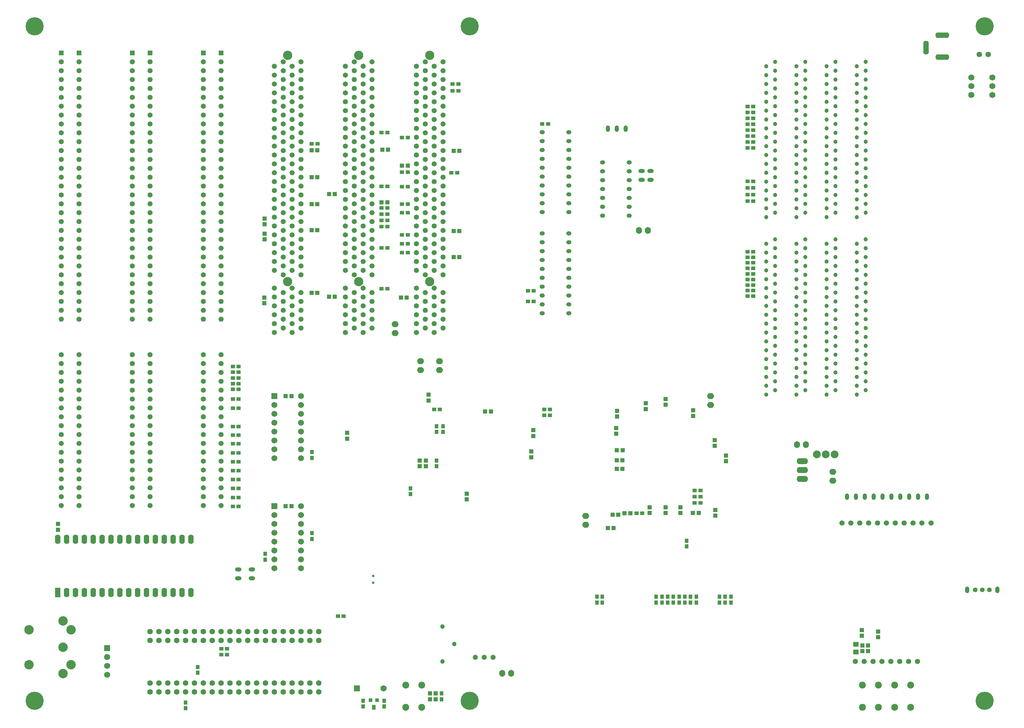
<source format=gbs>
%FSLAX44Y44*%
%MOMM*%
G71*
G01*
G75*
G04 Layer_Color=16711935*
%ADD10C,0.2032*%
%ADD11R,0.9652X0.8890*%
%ADD12R,1.0160X0.9398*%
%ADD13R,1.0160X0.9400*%
%ADD14R,2.2098X1.9050*%
%ADD15R,0.9144X0.9144*%
%ADD16R,1.2700X0.9144*%
%ADD17R,0.8890X0.9652*%
%ADD18R,1.9050X2.2098*%
%ADD19R,0.9000X0.8000*%
%ADD20R,0.9398X1.0160*%
%ADD21R,0.9400X1.0160*%
%ADD22R,2.2000X0.3600*%
%ADD23R,3.0000X1.0000*%
%ADD24R,3.5000X1.0000*%
%ADD25R,4.0000X1.4000*%
%ADD26O,2.2000X0.6000*%
%ADD27R,3.2000X1.6500*%
%ADD28R,1.2000X1.2000*%
%ADD29R,1.6000X1.5000*%
%ADD30O,0.6000X2.2000*%
%ADD31R,1.0668X3.5560*%
%ADD32R,10.6680X8.8900*%
%ADD33R,3.8100X5.5880*%
%ADD34R,1.9050X0.5588*%
%ADD35R,2.2000X1.8000*%
%ADD36R,2.4000X0.4000*%
%ADD37R,0.5000X2.0000*%
%ADD38R,3.2000X1.6000*%
%ADD39R,6.0000X7.0000*%
%ADD40O,1.4500X0.5000*%
%ADD41O,0.5000X1.4500*%
%ADD42O,2.0320X0.5588*%
%ADD43O,1.4000X0.3000*%
%ADD44O,0.3000X1.4000*%
%ADD45R,0.9000X1.0000*%
%ADD46R,2.5000X1.8000*%
%ADD47R,2.2000X1.5000*%
%ADD48R,0.5588X1.9050*%
%ADD49C,0.1778*%
%ADD50C,0.2540*%
%ADD51C,0.7620*%
%ADD52C,0.5080*%
%ADD53C,1.2700*%
%ADD54C,0.3810*%
%ADD55C,0.7000*%
%ADD56C,0.8890*%
%ADD57C,0.6350*%
%ADD58C,0.3048*%
%ADD59R,6.8834X6.6294*%
%ADD60R,7.4168X2.9972*%
%ADD61R,3.9116X9.0424*%
%ADD62R,6.6294X4.3688*%
%ADD63R,2.2098X8.4836*%
%ADD64R,7.2390X2.3368*%
%ADD65R,7.5692X1.4224*%
%ADD66R,5.3086X2.3876*%
%ADD67R,6.4770X2.3876*%
%ADD68R,0.8492X4.9022*%
%ADD69R,1.1176X9.9060*%
%ADD70R,7.4930X2.5908*%
%ADD71R,6.6548X1.4732*%
%ADD72R,5.1816X1.4732*%
%ADD73R,3.2258X4.2672*%
%ADD74R,11.5824X3.8608*%
%ADD75R,9.6012X3.5814*%
%ADD76R,10.6426X2.4638*%
%ADD77R,4.2672X4.9530*%
%ADD78R,5.3086X3.6322*%
%ADD79R,2.2860X2.4638*%
%ADD80R,3.6322X5.3086*%
%ADD81R,6.7818X2.8702*%
%ADD82R,2.5654X7.4676*%
%ADD83R,7.3660X2.3876*%
%ADD84R,1.6256X4.7752*%
%ADD85R,4.2164X2.8956*%
%ADD86R,2.2606X6.3754*%
%ADD87C,5.0000*%
%ADD88C,1.7780*%
%ADD89O,1.6510X1.0160*%
%ADD90C,1.2700*%
%ADD91R,1.2700X1.2700*%
%ADD92O,1.7780X1.5240*%
%ADD93O,1.5240X1.7780*%
%ADD94C,1.0000*%
%ADD95C,2.4384*%
%ADD96R,1.3800X2.5000*%
%ADD97O,1.3800X2.5000*%
%ADD98C,0.5080*%
%ADD99C,1.5000*%
%ADD100R,1.5000X1.5000*%
%ADD101O,1.2700X1.0160*%
%ADD102C,1.3000*%
%ADD103O,1.0000X1.7000*%
%ADD104C,1.1430*%
%ADD105C,1.5240*%
%ADD106O,1.4000X3.8000*%
%ADD107O,3.8000X1.4000*%
%ADD108O,1.0160X1.6510*%
%ADD109C,1.3800*%
%ADD110C,2.5000*%
%ADD111C,1.5748*%
%ADD112R,1.5748X1.5748*%
%ADD113C,1.3970*%
%ADD114C,1.1000*%
%ADD115R,1.5240X1.5240*%
%ADD116O,3.0480X1.5240*%
%ADD117C,2.0320*%
%ADD118C,2.2000*%
%ADD119C,1.6000*%
%ADD120C,0.9000*%
%ADD121C,0.6604*%
%ADD122C,0.6858*%
%ADD123C,0.6350*%
%ADD124C,0.8636*%
%ADD125C,1.0160*%
%ADD126C,0.7112*%
%ADD127C,1.0160*%
%ADD128C,1.5080*%
%ADD129C,1.3080*%
%ADD130C,2.9464*%
%ADD131C,1.4478*%
%ADD132C,1.5080*%
%ADD133C,0.8128*%
%ADD134C,1.4080*%
%ADD135O,1.3080X2.0080*%
%ADD136C,1.3080*%
%ADD137O,3.7080X1.3080*%
%ADD138C,1.2080*%
%ADD139C,2.0080*%
%ADD140C,1.4732*%
%ADD141C,1.4986*%
%ADD142C,1.8080*%
%ADD143C,2.7080*%
%ADD144C,2.1080*%
%ADD145C,0.8382*%
%ADD146C,0.9652*%
%ADD147C,1.0668*%
%ADD148C,0.9398*%
%ADD149C,0.8890*%
%ADD150C,3.5080*%
%ADD151O,1.3080X3.7080*%
%ADD152R,0.9144X0.9144*%
%ADD153R,0.9144X1.2700*%
%ADD154R,1.3000X1.2000*%
%ADD155C,2.0000*%
%ADD156R,3.9116X4.4958*%
%ADD157R,2.8956X1.2700*%
%ADD158R,0.9652X1.9050*%
%ADD159R,2.2098X5.6134*%
%ADD160R,4.3688X2.6162*%
%ADD161C,0.1270*%
%ADD162C,0.2500*%
%ADD163C,0.3000*%
%ADD164C,0.2500*%
%ADD165C,0.2000*%
%ADD166C,0.1000*%
%ADD167C,0.2096*%
%ADD168C,0.1524*%
%ADD169C,0.1500*%
%ADD170C,0.2286*%
%ADD171R,1.9836X0.9960*%
%ADD172R,4.8436X1.4084*%
%ADD173R,4.1000X1.9000*%
%ADD174R,1.1684X1.0922*%
%ADD175R,1.2192X1.1430*%
%ADD176R,1.2192X1.1432*%
%ADD177R,2.4130X2.1082*%
%ADD178R,1.1176X1.1176*%
%ADD179R,1.4732X1.1176*%
%ADD180R,1.0922X1.1684*%
%ADD181R,2.1082X2.4130*%
%ADD182R,1.1032X1.0032*%
%ADD183R,1.1430X1.2192*%
%ADD184R,1.1432X1.2192*%
%ADD185R,2.4032X0.5632*%
%ADD186R,3.2032X1.2032*%
%ADD187R,3.7032X1.2032*%
%ADD188R,4.2032X1.6032*%
%ADD189O,2.4032X0.8032*%
%ADD190R,3.4032X1.8532*%
%ADD191R,1.4032X1.4032*%
%ADD192R,1.8032X1.7032*%
%ADD193O,0.8032X2.4032*%
%ADD194R,1.2700X3.7592*%
%ADD195R,10.8712X9.0932*%
%ADD196R,4.0132X5.7912*%
%ADD197R,2.1082X0.7620*%
%ADD198R,2.4032X2.0032*%
%ADD199R,2.6032X0.6032*%
%ADD200R,0.7032X2.2032*%
%ADD201R,3.4032X1.8032*%
%ADD202R,6.2032X7.2032*%
%ADD203O,1.6532X0.7032*%
%ADD204O,0.7032X1.6532*%
%ADD205O,2.2352X0.7620*%
%ADD206O,1.6032X0.5032*%
%ADD207O,0.5032X1.6032*%
%ADD208R,1.1032X1.2032*%
%ADD209R,2.7032X2.0032*%
%ADD210R,2.4032X1.7032*%
%ADD211R,0.7620X2.1082*%
%ADD212C,5.2032*%
%ADD213C,1.9812*%
%ADD214O,1.8542X1.2192*%
%ADD215R,1.4732X1.4732*%
%ADD216O,1.9812X1.7272*%
%ADD217O,1.7272X1.9812*%
%ADD218C,1.2032*%
%ADD219C,2.6416*%
%ADD220R,1.5832X2.7032*%
%ADD221O,1.5832X2.7032*%
%ADD222C,1.7032*%
%ADD223R,1.7032X1.7032*%
%ADD224O,1.4732X1.2192*%
%ADD225C,1.5032*%
%ADD226O,1.2032X1.9032*%
%ADD227C,1.3462*%
%ADD228C,1.7272*%
%ADD229O,1.6032X4.0032*%
%ADD230O,4.0032X1.6032*%
%ADD231O,1.2192X1.8542*%
%ADD232C,1.5832*%
%ADD233C,2.7032*%
%ADD234R,1.7780X1.7780*%
%ADD235C,1.6002*%
%ADD236C,1.3032*%
%ADD237R,1.7272X1.7272*%
%ADD238O,3.2512X1.7272*%
%ADD239C,2.2352*%
%ADD240R,1.1176X1.1176*%
%ADD241R,1.1176X1.4732*%
%ADD242R,1.5032X1.4032*%
D88*
X2039366Y899668D02*
D03*
D126*
X2010410Y1201580D02*
D03*
Y1221580D02*
D03*
D140*
X1117600Y1422400D02*
D03*
Y1447800D02*
D03*
Y1473200D02*
D03*
Y1498600D02*
D03*
Y1524000D02*
D03*
Y1549400D02*
D03*
Y1574800D02*
D03*
Y1600200D02*
D03*
Y1625600D02*
D03*
Y1651000D02*
D03*
Y1676400D02*
D03*
Y1701800D02*
D03*
Y1727200D02*
D03*
Y1752600D02*
D03*
Y1778000D02*
D03*
Y1803400D02*
D03*
Y1828800D02*
D03*
Y1854200D02*
D03*
X1168400Y1422400D02*
D03*
Y1447800D02*
D03*
Y1473200D02*
D03*
Y1498600D02*
D03*
Y1524000D02*
D03*
Y1549400D02*
D03*
Y1574800D02*
D03*
Y1600200D02*
D03*
Y1625600D02*
D03*
Y1651000D02*
D03*
Y1676400D02*
D03*
Y1701800D02*
D03*
Y1727200D02*
D03*
Y1752600D02*
D03*
Y1778000D02*
D03*
Y1803400D02*
D03*
Y1828800D02*
D03*
Y1854200D02*
D03*
Y2692400D02*
D03*
Y2667000D02*
D03*
Y2641600D02*
D03*
Y2616200D02*
D03*
Y2590800D02*
D03*
Y2565400D02*
D03*
Y2540000D02*
D03*
Y2514600D02*
D03*
Y2489200D02*
D03*
Y2463800D02*
D03*
Y2438400D02*
D03*
Y2413000D02*
D03*
Y2387600D02*
D03*
Y2362200D02*
D03*
Y2336800D02*
D03*
Y2311400D02*
D03*
Y2286000D02*
D03*
Y2260600D02*
D03*
Y2235200D02*
D03*
Y2209800D02*
D03*
Y2184400D02*
D03*
Y2159000D02*
D03*
Y2133600D02*
D03*
Y2108200D02*
D03*
Y2082800D02*
D03*
Y2057400D02*
D03*
Y2032000D02*
D03*
Y2006600D02*
D03*
Y1981200D02*
D03*
Y1955800D02*
D03*
X1117600Y2692400D02*
D03*
Y2667000D02*
D03*
Y2641600D02*
D03*
Y2616200D02*
D03*
Y2590800D02*
D03*
Y2565400D02*
D03*
Y2540000D02*
D03*
Y2514600D02*
D03*
Y2489200D02*
D03*
Y2463800D02*
D03*
Y2438400D02*
D03*
Y2413000D02*
D03*
Y2387600D02*
D03*
Y2362200D02*
D03*
Y2336800D02*
D03*
Y2311400D02*
D03*
Y2286000D02*
D03*
Y2260600D02*
D03*
Y2235200D02*
D03*
Y2209800D02*
D03*
Y2184400D02*
D03*
Y2159000D02*
D03*
Y2133600D02*
D03*
Y2108200D02*
D03*
Y2082800D02*
D03*
Y2057400D02*
D03*
Y2032000D02*
D03*
Y2006600D02*
D03*
Y1981200D02*
D03*
Y1955800D02*
D03*
X1524000Y1422400D02*
D03*
Y1447800D02*
D03*
Y1473200D02*
D03*
Y1498600D02*
D03*
Y1524000D02*
D03*
Y1549400D02*
D03*
Y1574800D02*
D03*
Y1600200D02*
D03*
Y1625600D02*
D03*
Y1651000D02*
D03*
Y1676400D02*
D03*
Y1701800D02*
D03*
Y1727200D02*
D03*
Y1752600D02*
D03*
Y1778000D02*
D03*
Y1803400D02*
D03*
Y1828800D02*
D03*
Y1854200D02*
D03*
X1574800Y1422400D02*
D03*
Y1447800D02*
D03*
Y1473200D02*
D03*
Y1498600D02*
D03*
Y1524000D02*
D03*
Y1549400D02*
D03*
Y1574800D02*
D03*
Y1600200D02*
D03*
Y1625600D02*
D03*
Y1651000D02*
D03*
Y1676400D02*
D03*
Y1701800D02*
D03*
Y1727200D02*
D03*
Y1752600D02*
D03*
Y1778000D02*
D03*
Y1803400D02*
D03*
Y1828800D02*
D03*
Y1854200D02*
D03*
Y2692400D02*
D03*
Y2667000D02*
D03*
Y2641600D02*
D03*
Y2616200D02*
D03*
Y2590800D02*
D03*
Y2565400D02*
D03*
Y2540000D02*
D03*
Y2514600D02*
D03*
Y2489200D02*
D03*
Y2463800D02*
D03*
Y2438400D02*
D03*
Y2413000D02*
D03*
Y2387600D02*
D03*
Y2362200D02*
D03*
Y2336800D02*
D03*
Y2311400D02*
D03*
Y2286000D02*
D03*
Y2260600D02*
D03*
Y2235200D02*
D03*
Y2209800D02*
D03*
Y2184400D02*
D03*
Y2159000D02*
D03*
Y2133600D02*
D03*
Y2108200D02*
D03*
Y2082800D02*
D03*
Y2057400D02*
D03*
Y2032000D02*
D03*
Y2006600D02*
D03*
Y1981200D02*
D03*
Y1955800D02*
D03*
X1524000Y2692400D02*
D03*
Y2667000D02*
D03*
Y2641600D02*
D03*
Y2616200D02*
D03*
Y2590800D02*
D03*
Y2565400D02*
D03*
Y2540000D02*
D03*
Y2514600D02*
D03*
Y2489200D02*
D03*
Y2463800D02*
D03*
Y2438400D02*
D03*
Y2413000D02*
D03*
Y2387600D02*
D03*
Y2362200D02*
D03*
Y2336800D02*
D03*
Y2311400D02*
D03*
Y2286000D02*
D03*
Y2260600D02*
D03*
Y2235200D02*
D03*
Y2209800D02*
D03*
Y2184400D02*
D03*
Y2159000D02*
D03*
Y2133600D02*
D03*
Y2108200D02*
D03*
Y2082800D02*
D03*
Y2057400D02*
D03*
Y2032000D02*
D03*
Y2006600D02*
D03*
Y1981200D02*
D03*
Y1955800D02*
D03*
X1727200Y1917700D02*
D03*
X1752600Y1930400D02*
D03*
X1727200Y1943100D02*
D03*
X1752600Y1955800D02*
D03*
X1727200Y1968500D02*
D03*
X1752600Y1981200D02*
D03*
X1727200Y1993900D02*
D03*
X1752600Y2006600D02*
D03*
X1727200Y2019300D02*
D03*
X1752600Y2032000D02*
D03*
X1727200Y2044700D02*
D03*
X1752600Y2082800D02*
D03*
X1727200Y2095500D02*
D03*
X1752600Y2108200D02*
D03*
X1727200Y2120900D02*
D03*
X1752600Y2133600D02*
D03*
X1727200Y2146300D02*
D03*
X1752600Y2159000D02*
D03*
X1727200Y2171700D02*
D03*
X1752600Y2184400D02*
D03*
X1727200Y2197100D02*
D03*
X1752600Y2209800D02*
D03*
X1727200Y2222500D02*
D03*
X1752600Y2235200D02*
D03*
X1727200Y2247900D02*
D03*
X1752600Y2260600D02*
D03*
X1727200Y2273300D02*
D03*
X1752600Y2286000D02*
D03*
X1727200Y2298700D02*
D03*
X1752600Y2311400D02*
D03*
X1727200Y2324100D02*
D03*
X1752600Y2336800D02*
D03*
X1727200Y2349500D02*
D03*
X1752600Y2362200D02*
D03*
X1727200Y2374900D02*
D03*
X1752600Y2387600D02*
D03*
X1727200Y2400300D02*
D03*
X1752600Y2413000D02*
D03*
X1727200Y2425700D02*
D03*
X1752600Y2438400D02*
D03*
X1727200Y2451100D02*
D03*
X1752600Y2463800D02*
D03*
X1727200Y2476500D02*
D03*
X1752600Y2489200D02*
D03*
X1727200Y2501900D02*
D03*
X1752600Y2514600D02*
D03*
X1727200Y2527300D02*
D03*
X1752600Y2540000D02*
D03*
X1727200Y2552700D02*
D03*
X1752600Y2565400D02*
D03*
X1727200Y2578100D02*
D03*
X1752600Y2590800D02*
D03*
X1727200Y2603500D02*
D03*
X1752600Y2616200D02*
D03*
X1727200Y2628900D02*
D03*
X1752600Y2641600D02*
D03*
X1727200Y2654300D02*
D03*
X1752600Y2667000D02*
D03*
X1727200Y2679700D02*
D03*
X1752600Y2692400D02*
D03*
X1778000Y1917700D02*
D03*
X1803400Y1930400D02*
D03*
X1778000Y1943100D02*
D03*
X1803400Y1955800D02*
D03*
X1778000Y1968500D02*
D03*
X1803400Y1981200D02*
D03*
X1778000Y1993900D02*
D03*
X1803400Y2006600D02*
D03*
X1778000Y2019300D02*
D03*
X1803400Y2032000D02*
D03*
X1778000Y2044700D02*
D03*
X1803400Y2082800D02*
D03*
X1778000Y2095500D02*
D03*
X1803400Y2108200D02*
D03*
X1778000Y2120900D02*
D03*
X1803400Y2133600D02*
D03*
X1778000Y2146300D02*
D03*
X1803400Y2159000D02*
D03*
X1778000Y2171700D02*
D03*
X1803400Y2184400D02*
D03*
X1778000Y2197100D02*
D03*
X1803400Y2209800D02*
D03*
X1778000Y2222500D02*
D03*
X1803400Y2235200D02*
D03*
X1778000Y2247900D02*
D03*
X1803400Y2260600D02*
D03*
X1778000Y2273300D02*
D03*
X1803400Y2286000D02*
D03*
X1778000Y2298700D02*
D03*
X1803400Y2311400D02*
D03*
X1778000Y2324100D02*
D03*
X1803400Y2336800D02*
D03*
X1778000Y2349500D02*
D03*
X1803400Y2362200D02*
D03*
X1778000Y2374900D02*
D03*
X1803400Y2387600D02*
D03*
X1778000Y2400300D02*
D03*
X1803400Y2413000D02*
D03*
X1778000Y2425700D02*
D03*
X1803400Y2438400D02*
D03*
X1778000Y2451100D02*
D03*
X1803400Y2463800D02*
D03*
X1778000Y2476500D02*
D03*
X1803400Y2489200D02*
D03*
X1778000Y2501900D02*
D03*
X1803400Y2514600D02*
D03*
X1778000Y2527300D02*
D03*
X1803400Y2540000D02*
D03*
X1778000Y2552700D02*
D03*
X1803400Y2565400D02*
D03*
X1778000Y2578100D02*
D03*
X1803400Y2590800D02*
D03*
X1778000Y2603500D02*
D03*
X1803400Y2616200D02*
D03*
X1778000Y2628900D02*
D03*
X1803400Y2641600D02*
D03*
X1778000Y2654300D02*
D03*
X1803400Y2667000D02*
D03*
X1778000Y2679700D02*
D03*
X1803400Y2692400D02*
D03*
X1930400Y1917700D02*
D03*
X1955800Y1930400D02*
D03*
X1930400Y1943100D02*
D03*
X1955800Y1955800D02*
D03*
X1930400Y1968500D02*
D03*
X1955800Y1981200D02*
D03*
X1930400Y1993900D02*
D03*
X1955800Y2006600D02*
D03*
X1930400Y2019300D02*
D03*
X1955800Y2032000D02*
D03*
X1930400Y2044700D02*
D03*
X1955800Y2082800D02*
D03*
X1930400Y2095500D02*
D03*
X1955800Y2108200D02*
D03*
X1930400Y2120900D02*
D03*
X1955800Y2133600D02*
D03*
X1930400Y2146300D02*
D03*
X1955800Y2159000D02*
D03*
X1930400Y2171700D02*
D03*
X1955800Y2184400D02*
D03*
X1930400Y2197100D02*
D03*
X1955800Y2209800D02*
D03*
X1930400Y2222500D02*
D03*
X1955800Y2235200D02*
D03*
X1930400Y2247900D02*
D03*
X1955800Y2260600D02*
D03*
X1930400Y2273300D02*
D03*
X1955800Y2286000D02*
D03*
X1930400Y2298700D02*
D03*
X1955800Y2311400D02*
D03*
X1930400Y2324100D02*
D03*
X1955800Y2336800D02*
D03*
X1930400Y2349500D02*
D03*
X1955800Y2362200D02*
D03*
X1930400Y2374900D02*
D03*
X1955800Y2387600D02*
D03*
X1930400Y2400300D02*
D03*
X1955800Y2413000D02*
D03*
X1930400Y2425700D02*
D03*
X1955800Y2438400D02*
D03*
X1930400Y2451100D02*
D03*
X1955800Y2463800D02*
D03*
X1930400Y2476500D02*
D03*
X1955800Y2489200D02*
D03*
X1930400Y2501900D02*
D03*
X1955800Y2514600D02*
D03*
X1930400Y2527300D02*
D03*
X1955800Y2540000D02*
D03*
X1930400Y2552700D02*
D03*
X1955800Y2565400D02*
D03*
X1930400Y2578100D02*
D03*
X1955800Y2590800D02*
D03*
X1930400Y2603500D02*
D03*
X1955800Y2616200D02*
D03*
X1930400Y2628900D02*
D03*
X1955800Y2641600D02*
D03*
X1930400Y2654300D02*
D03*
X1955800Y2667000D02*
D03*
X1930400Y2679700D02*
D03*
X1955800Y2692400D02*
D03*
X1981200Y1917700D02*
D03*
X2006600Y1930400D02*
D03*
X1981200Y1943100D02*
D03*
X2006600Y1955800D02*
D03*
X1981200Y1968500D02*
D03*
X2006600Y1981200D02*
D03*
X1981200Y1993900D02*
D03*
X2006600Y2006600D02*
D03*
X1981200Y2019300D02*
D03*
X2006600Y2032000D02*
D03*
X1981200Y2044700D02*
D03*
X2006600Y2082800D02*
D03*
X1981200Y2095500D02*
D03*
X2006600Y2108200D02*
D03*
X1981200Y2120900D02*
D03*
X2006600Y2133600D02*
D03*
X1981200Y2146300D02*
D03*
X2006600Y2159000D02*
D03*
X1981200Y2171700D02*
D03*
X2006600Y2184400D02*
D03*
X1981200Y2197100D02*
D03*
X2006600Y2209800D02*
D03*
X1981200Y2222500D02*
D03*
X2006600Y2235200D02*
D03*
X1981200Y2247900D02*
D03*
X2006600Y2260600D02*
D03*
X1981200Y2273300D02*
D03*
X2006600Y2286000D02*
D03*
X1981200Y2298700D02*
D03*
X2006600Y2311400D02*
D03*
X1981200Y2324100D02*
D03*
X2006600Y2336800D02*
D03*
X1981200Y2349500D02*
D03*
X2006600Y2362200D02*
D03*
X1981200Y2374900D02*
D03*
X2006600Y2387600D02*
D03*
X1981200Y2400300D02*
D03*
X2006600Y2413000D02*
D03*
X1981200Y2425700D02*
D03*
X2006600Y2438400D02*
D03*
X1981200Y2451100D02*
D03*
X2006600Y2463800D02*
D03*
X1981200Y2476500D02*
D03*
X2006600Y2489200D02*
D03*
X1981200Y2501900D02*
D03*
X2006600Y2514600D02*
D03*
X1981200Y2527300D02*
D03*
X2006600Y2540000D02*
D03*
X1981200Y2552700D02*
D03*
X2006600Y2565400D02*
D03*
X1981200Y2578100D02*
D03*
X2006600Y2590800D02*
D03*
X1981200Y2603500D02*
D03*
X2006600Y2616200D02*
D03*
X1981200Y2628900D02*
D03*
X2006600Y2641600D02*
D03*
X1981200Y2654300D02*
D03*
X2006600Y2667000D02*
D03*
X1981200Y2679700D02*
D03*
X2006600Y2692400D02*
D03*
X2209800D02*
D03*
X2184400Y2679700D02*
D03*
X2209800Y2667000D02*
D03*
X2184400Y2654300D02*
D03*
X2209800Y2641600D02*
D03*
X2184400Y2628900D02*
D03*
X2209800Y2616200D02*
D03*
X2184400Y2603500D02*
D03*
X2209800Y2590800D02*
D03*
X2184400Y2578100D02*
D03*
X2209800Y2565400D02*
D03*
X2184400Y2552700D02*
D03*
X2209800Y2540000D02*
D03*
X2184400Y2527300D02*
D03*
X2209800Y2514600D02*
D03*
X2184400Y2501900D02*
D03*
X2209800Y2489200D02*
D03*
X2184400Y2476500D02*
D03*
X2209800Y2463800D02*
D03*
X2184400Y2451100D02*
D03*
X2209800Y2438400D02*
D03*
X2184400Y2425700D02*
D03*
X2209800Y2413000D02*
D03*
X2184400Y2400300D02*
D03*
X2209800Y2387600D02*
D03*
X2184400Y2374900D02*
D03*
X2209800Y2362200D02*
D03*
X2184400Y2349500D02*
D03*
X2209800Y2336800D02*
D03*
X2184400Y2324100D02*
D03*
X2209800Y2311400D02*
D03*
X2184400Y2298700D02*
D03*
X2209800Y2286000D02*
D03*
X2184400Y2273300D02*
D03*
X2209800Y2260600D02*
D03*
X2184400Y2247900D02*
D03*
X2209800Y2235200D02*
D03*
X2184400Y2222500D02*
D03*
X2209800Y2209800D02*
D03*
X2184400Y2197100D02*
D03*
X2209800Y2184400D02*
D03*
X2184400Y2171700D02*
D03*
X2209800Y2159000D02*
D03*
X2184400Y2146300D02*
D03*
X2209800Y2133600D02*
D03*
X2184400Y2120900D02*
D03*
X2209800Y2108200D02*
D03*
X2184400Y2095500D02*
D03*
X2209800Y2082800D02*
D03*
X2184400Y2044700D02*
D03*
X2209800Y2032000D02*
D03*
X2184400Y2019300D02*
D03*
X2209800Y2006600D02*
D03*
X2184400Y1993900D02*
D03*
X2209800Y1981200D02*
D03*
X2184400Y1968500D02*
D03*
X2209800Y1955800D02*
D03*
X2184400Y1943100D02*
D03*
X2209800Y1930400D02*
D03*
X2184400Y1917700D02*
D03*
X2159000Y2692400D02*
D03*
X2133600Y2679700D02*
D03*
X2159000Y2667000D02*
D03*
X2133600Y2654300D02*
D03*
X2159000Y2641600D02*
D03*
X2133600Y2628900D02*
D03*
X2159000Y2616200D02*
D03*
X2133600Y2603500D02*
D03*
X2159000Y2590800D02*
D03*
X2133600Y2578100D02*
D03*
X2159000Y2565400D02*
D03*
X2133600Y2552700D02*
D03*
X2159000Y2540000D02*
D03*
X2133600Y2527300D02*
D03*
X2159000Y2514600D02*
D03*
X2133600Y2501900D02*
D03*
X2159000Y2489200D02*
D03*
X2133600Y2476500D02*
D03*
X2159000Y2463800D02*
D03*
X2133600Y2451100D02*
D03*
X2159000Y2438400D02*
D03*
X2133600Y2425700D02*
D03*
X2159000Y2413000D02*
D03*
X2133600Y2400300D02*
D03*
X2159000Y2387600D02*
D03*
X2133600Y2374900D02*
D03*
X2159000Y2362200D02*
D03*
X2133600Y2349500D02*
D03*
X2159000Y2336800D02*
D03*
X2133600Y2324100D02*
D03*
X2159000Y2311400D02*
D03*
X2133600Y2298700D02*
D03*
X2159000Y2286000D02*
D03*
X2133600Y2273300D02*
D03*
X2159000Y2260600D02*
D03*
X2133600Y2247900D02*
D03*
X2159000Y2235200D02*
D03*
X2133600Y2222500D02*
D03*
X2159000Y2209800D02*
D03*
X2133600Y2197100D02*
D03*
X2159000Y2184400D02*
D03*
X2133600Y2171700D02*
D03*
X2159000Y2159000D02*
D03*
X2133600Y2146300D02*
D03*
X2159000Y2133600D02*
D03*
X2133600Y2120900D02*
D03*
X2159000Y2108200D02*
D03*
X2133600Y2095500D02*
D03*
X2159000Y2082800D02*
D03*
X2133600Y2044700D02*
D03*
X2159000Y2032000D02*
D03*
X2133600Y2019300D02*
D03*
X2159000Y2006600D02*
D03*
X2133600Y1993900D02*
D03*
X2159000Y1981200D02*
D03*
X2133600Y1968500D02*
D03*
X2159000Y1955800D02*
D03*
X2133600Y1943100D02*
D03*
X2159000Y1930400D02*
D03*
X2133600Y1917700D02*
D03*
X1320800Y1955800D02*
D03*
Y1981200D02*
D03*
Y2006600D02*
D03*
Y2032000D02*
D03*
Y2057400D02*
D03*
Y2082800D02*
D03*
Y2108200D02*
D03*
Y2133600D02*
D03*
Y2159000D02*
D03*
Y2184400D02*
D03*
Y2209800D02*
D03*
Y2235200D02*
D03*
Y2260600D02*
D03*
Y2286000D02*
D03*
Y2311400D02*
D03*
Y2336800D02*
D03*
Y2362200D02*
D03*
Y2387600D02*
D03*
Y2413000D02*
D03*
Y2438400D02*
D03*
Y2463800D02*
D03*
Y2489200D02*
D03*
Y2514600D02*
D03*
Y2540000D02*
D03*
Y2565400D02*
D03*
Y2590800D02*
D03*
Y2616200D02*
D03*
Y2641600D02*
D03*
Y2667000D02*
D03*
Y2692400D02*
D03*
X1371600Y1955800D02*
D03*
Y1981200D02*
D03*
Y2006600D02*
D03*
Y2032000D02*
D03*
Y2057400D02*
D03*
Y2082800D02*
D03*
Y2108200D02*
D03*
Y2133600D02*
D03*
Y2159000D02*
D03*
Y2184400D02*
D03*
Y2209800D02*
D03*
Y2235200D02*
D03*
Y2260600D02*
D03*
Y2286000D02*
D03*
Y2311400D02*
D03*
Y2336800D02*
D03*
Y2362200D02*
D03*
Y2387600D02*
D03*
Y2413000D02*
D03*
Y2438400D02*
D03*
Y2463800D02*
D03*
Y2489200D02*
D03*
Y2514600D02*
D03*
Y2540000D02*
D03*
Y2565400D02*
D03*
Y2590800D02*
D03*
Y2616200D02*
D03*
Y2641600D02*
D03*
Y2667000D02*
D03*
Y2692400D02*
D03*
Y1854200D02*
D03*
Y1828800D02*
D03*
Y1803400D02*
D03*
Y1778000D02*
D03*
Y1752600D02*
D03*
Y1727200D02*
D03*
Y1701800D02*
D03*
Y1676400D02*
D03*
Y1651000D02*
D03*
Y1625600D02*
D03*
Y1600200D02*
D03*
Y1574800D02*
D03*
Y1549400D02*
D03*
Y1524000D02*
D03*
Y1498600D02*
D03*
Y1473200D02*
D03*
Y1447800D02*
D03*
Y1422400D02*
D03*
X1320800Y1854200D02*
D03*
Y1828800D02*
D03*
Y1803400D02*
D03*
Y1778000D02*
D03*
Y1752600D02*
D03*
Y1727200D02*
D03*
Y1701800D02*
D03*
Y1676400D02*
D03*
Y1651000D02*
D03*
Y1625600D02*
D03*
Y1600200D02*
D03*
Y1574800D02*
D03*
Y1549400D02*
D03*
Y1524000D02*
D03*
Y1498600D02*
D03*
Y1473200D02*
D03*
Y1447800D02*
D03*
Y1422400D02*
D03*
X2302002Y988568D02*
D03*
X2327402D02*
D03*
X2352802D02*
D03*
D174*
X2200910Y1697990D02*
D03*
X2184400D02*
D03*
X2929636Y1465580D02*
D03*
X2946146D02*
D03*
X2929636Y1430020D02*
D03*
X2946146D02*
D03*
X2929636Y1447800D02*
D03*
X2946146D02*
D03*
X2050288Y2336292D02*
D03*
X2033778D02*
D03*
X2233676Y2375154D02*
D03*
X2250186D02*
D03*
X1608582Y1599279D02*
D03*
X1625092D02*
D03*
X1608582Y1573721D02*
D03*
X1625092D02*
D03*
X1608582Y1471485D02*
D03*
X1625092D02*
D03*
X1608582Y1420368D02*
D03*
X1625092D02*
D03*
X1608582Y1522603D02*
D03*
X1625092D02*
D03*
X1608582Y1548162D02*
D03*
X1625092D02*
D03*
X1608582Y1445927D02*
D03*
X1625092D02*
D03*
X1608582Y1497044D02*
D03*
X1625092D02*
D03*
X1608582Y1755648D02*
D03*
X1625092D02*
D03*
X1608582Y1771841D02*
D03*
X1625092D02*
D03*
X1608582Y1727200D02*
D03*
X1625092D02*
D03*
X1608582Y1648421D02*
D03*
X1625092D02*
D03*
Y1623850D02*
D03*
X1608582D02*
D03*
Y1701292D02*
D03*
X1625092D02*
D03*
X1608582Y1820418D02*
D03*
X1625092D02*
D03*
X2779776Y1400556D02*
D03*
X2763266D02*
D03*
X2452624Y2037588D02*
D03*
X2469134D02*
D03*
X2452624Y2007108D02*
D03*
X2469134D02*
D03*
X3097530Y2312924D02*
D03*
X3081020D02*
D03*
X3097530Y2294128D02*
D03*
X3081020D02*
D03*
X3097530Y2331720D02*
D03*
X3081020D02*
D03*
X3097530Y2350516D02*
D03*
X3081020D02*
D03*
X3097530Y2531110D02*
D03*
X3081020D02*
D03*
X3097530Y2565146D02*
D03*
X3081020D02*
D03*
X3097530Y2463038D02*
D03*
X3081020D02*
D03*
X3097530Y2497074D02*
D03*
X3081020D02*
D03*
X3097530Y2446020D02*
D03*
X3081020D02*
D03*
X3097530Y2514092D02*
D03*
X3081020D02*
D03*
X3097530Y2548128D02*
D03*
X3081020D02*
D03*
X3097530Y2480056D02*
D03*
X3081020D02*
D03*
X3097585Y2133441D02*
D03*
X3081075D02*
D03*
X3097585Y2117534D02*
D03*
X3081075D02*
D03*
X3097585Y2149348D02*
D03*
X3081075D02*
D03*
X3097585Y2038001D02*
D03*
X3081075D02*
D03*
X3097585Y2085721D02*
D03*
X3081075D02*
D03*
X3097585Y2053907D02*
D03*
X3081075D02*
D03*
X3097585Y2101628D02*
D03*
X3081075D02*
D03*
Y2022094D02*
D03*
X3097585D02*
D03*
Y2069814D02*
D03*
X3081075D02*
D03*
X2050288Y2159762D02*
D03*
X2033778D02*
D03*
X2050288Y2238756D02*
D03*
X2033778D02*
D03*
X2050288Y2220976D02*
D03*
X2033778D02*
D03*
X2253488Y2629408D02*
D03*
X2236978D02*
D03*
X2253488Y2609342D02*
D03*
X2236978D02*
D03*
X2092452Y2475992D02*
D03*
X2108962D02*
D03*
X2050288Y2043430D02*
D03*
X2033778D02*
D03*
X2092452Y2335022D02*
D03*
X2108962D02*
D03*
X2092452Y2377186D02*
D03*
X2108962D02*
D03*
X2092452Y2285492D02*
D03*
X2108962D02*
D03*
Y2197354D02*
D03*
X2092452D02*
D03*
X2050288Y2274316D02*
D03*
X2033778D02*
D03*
X2092452Y2260854D02*
D03*
X2108962D02*
D03*
X2050288Y2256536D02*
D03*
X2033778D02*
D03*
X2050288Y2489962D02*
D03*
X2033778D02*
D03*
X2510282Y2514854D02*
D03*
X2493772D02*
D03*
X2092452Y2171954D02*
D03*
X2108962D02*
D03*
X2092452Y2146554D02*
D03*
X2108962D02*
D03*
X1625092Y1788033D02*
D03*
X1608582D02*
D03*
X1625092Y1804225D02*
D03*
X1608582D02*
D03*
X1925574Y1106170D02*
D03*
X1909064D02*
D03*
X1575308Y995934D02*
D03*
X1591818D02*
D03*
X1575308Y1012952D02*
D03*
X1591818D02*
D03*
X2499360Y1680972D02*
D03*
X2515870D02*
D03*
X2499360Y1697736D02*
D03*
X2515870D02*
D03*
X1834134Y2458212D02*
D03*
X1850644D02*
D03*
D175*
X2172716Y884936D02*
D03*
X2188718Y884931D02*
D03*
X3454654Y1062223D02*
D03*
X3407918Y1066292D02*
D03*
X3409188Y1022345D02*
D03*
X3425952D02*
D03*
X1935140Y1630675D02*
D03*
X1107948Y1369822D02*
D03*
X2704846Y1644650D02*
D03*
X2789936Y1715516D02*
D03*
X2846324Y1727708D02*
D03*
X2925318Y1695704D02*
D03*
X2988950Y1393691D02*
D03*
X1698244Y2001774D02*
D03*
X1699260Y2227839D02*
D03*
X1699324Y2200905D02*
D03*
X2168144Y1723390D02*
D03*
X2160524Y1551681D02*
D03*
X2277618Y1440180D02*
D03*
X2462204Y1561090D02*
D03*
X2467864Y1638554D02*
D03*
X2142998Y1535171D02*
D03*
X2707894Y1693921D02*
D03*
X3019298Y1549405D02*
D03*
X2986786Y1593601D02*
D03*
X2888488Y1417823D02*
D03*
X2846324D02*
D03*
X2801112D02*
D03*
D176*
X2172716Y868431D02*
D03*
X2188718Y868426D02*
D03*
X3454654Y1045718D02*
D03*
X3407918Y1049787D02*
D03*
X3409188Y1005840D02*
D03*
X3425952D02*
D03*
X1935140Y1614170D02*
D03*
X1107948Y1353317D02*
D03*
X2704846Y1628145D02*
D03*
X2789936Y1699011D02*
D03*
X2846324Y1711203D02*
D03*
X2925318Y1679199D02*
D03*
X2988950Y1410196D02*
D03*
X1698244Y2018279D02*
D03*
X1699260Y2244344D02*
D03*
X1699324Y2184400D02*
D03*
X2168144Y1739895D02*
D03*
X2160524Y1535176D02*
D03*
X2277618Y1456685D02*
D03*
X2462204Y1577595D02*
D03*
X2467864Y1622049D02*
D03*
X2142998Y1551676D02*
D03*
X2707894Y1677416D02*
D03*
X3019298Y1565910D02*
D03*
X2986786Y1610106D02*
D03*
X2888488Y1401318D02*
D03*
X2846324D02*
D03*
X2801112D02*
D03*
D180*
X2116582Y1472184D02*
D03*
Y1455674D02*
D03*
X1834642Y1327150D02*
D03*
Y1343660D02*
D03*
X1472946Y842518D02*
D03*
Y859028D02*
D03*
X1507744Y960628D02*
D03*
Y944118D02*
D03*
X2210054Y1633220D02*
D03*
Y1649730D02*
D03*
X2191004D02*
D03*
Y1633220D02*
D03*
X1701038Y1284478D02*
D03*
Y1267968D02*
D03*
X3033332Y1145286D02*
D03*
Y1161796D02*
D03*
X3000756Y1145286D02*
D03*
Y1161796D02*
D03*
X3017044Y1145286D02*
D03*
Y1161796D02*
D03*
X2906776Y1305814D02*
D03*
Y1322324D02*
D03*
X2917952Y1145286D02*
D03*
Y1161796D02*
D03*
X2885186Y1145286D02*
D03*
Y1161796D02*
D03*
X2901569Y1145286D02*
D03*
Y1161796D02*
D03*
X2819654Y1145286D02*
D03*
Y1161796D02*
D03*
X2836037Y1145286D02*
D03*
Y1161796D02*
D03*
X2852420Y1145286D02*
D03*
Y1161796D02*
D03*
X2868803Y1145286D02*
D03*
Y1161796D02*
D03*
X2665476Y1145286D02*
D03*
Y1161796D02*
D03*
X2649982Y1145286D02*
D03*
Y1161796D02*
D03*
X2041144Y847598D02*
D03*
Y864108D02*
D03*
X1981454Y847598D02*
D03*
Y864108D02*
D03*
X2205482Y884936D02*
D03*
Y868426D02*
D03*
X1835150Y1575816D02*
D03*
Y1559306D02*
D03*
X2191004Y1551432D02*
D03*
Y1534922D02*
D03*
X2934208Y1161796D02*
D03*
Y1145286D02*
D03*
D183*
X1759463Y1420876D02*
D03*
Y1735582D02*
D03*
X2723383Y1580642D02*
D03*
X2723129Y1552448D02*
D03*
Y1527556D02*
D03*
X2711191Y1396492D02*
D03*
X1850385Y2439162D02*
D03*
Y2362708D02*
D03*
Y2211070D02*
D03*
Y2285746D02*
D03*
Y2031746D02*
D03*
X2256785Y2208276D02*
D03*
X1883669Y2020570D02*
D03*
X2089409Y2018284D02*
D03*
X2052569Y2441194D02*
D03*
X2050283Y2290826D02*
D03*
X2256785Y2437638D02*
D03*
Y2134108D02*
D03*
X2092457Y2395220D02*
D03*
X1883669Y2314448D02*
D03*
X2346701Y1691894D02*
D03*
X2941315Y1401826D02*
D03*
X2729230Y1400556D02*
D03*
X2681229Y1358392D02*
D03*
D184*
X1775968Y1420876D02*
D03*
Y1735582D02*
D03*
X2706878Y1580642D02*
D03*
X2706624Y1552448D02*
D03*
Y1527556D02*
D03*
X2694686Y1396492D02*
D03*
X1833880Y2439162D02*
D03*
Y2362708D02*
D03*
Y2211070D02*
D03*
Y2285746D02*
D03*
Y2031746D02*
D03*
X2240280Y2208276D02*
D03*
X1900174Y2020570D02*
D03*
X2105914Y2018284D02*
D03*
X2036064Y2441194D02*
D03*
X2033778Y2290826D02*
D03*
X2240280Y2437638D02*
D03*
Y2134108D02*
D03*
X2108962Y2395220D02*
D03*
X1900174Y2314448D02*
D03*
X2330196Y1691894D02*
D03*
X2924810Y1401826D02*
D03*
X2745735Y1400556D02*
D03*
X2697734Y1358392D02*
D03*
D212*
X1041400Y2794000D02*
D03*
X2286000Y863600D02*
D03*
Y2794000D02*
D03*
X3759200Y863600D02*
D03*
Y2794000D02*
D03*
X1041400Y863600D02*
D03*
D213*
X2148586Y909066D02*
D03*
X2102866D02*
D03*
X2148586Y845566D02*
D03*
X2102866D02*
D03*
X3409696D02*
D03*
X3455416D02*
D03*
X3409696Y909066D02*
D03*
X3455416D02*
D03*
X3501644Y845566D02*
D03*
X3547364D02*
D03*
X3501644Y909066D02*
D03*
X3547364D02*
D03*
D214*
X1662938Y1240028D02*
D03*
Y1214628D02*
D03*
X1624076Y1240028D02*
D03*
Y1214628D02*
D03*
X2778252Y2380488D02*
D03*
Y2355088D02*
D03*
X2803652D02*
D03*
Y2380488D02*
D03*
D215*
X1168400Y2717800D02*
D03*
X1117600D02*
D03*
X1574800D02*
D03*
X1524000D02*
D03*
X1320800D02*
D03*
X1371600D02*
D03*
D216*
X2975610Y1710436D02*
D03*
Y1735836D02*
D03*
X2617724Y1393444D02*
D03*
Y1368044D02*
D03*
X2072894Y1941830D02*
D03*
Y1916430D02*
D03*
X2199894Y1836166D02*
D03*
Y1810766D02*
D03*
X2145538Y1836166D02*
D03*
Y1810766D02*
D03*
X3325114Y1493520D02*
D03*
Y1518920D02*
D03*
D217*
X2795524Y2210308D02*
D03*
X2770124D02*
D03*
X2404872Y942594D02*
D03*
X2379472D02*
D03*
X3222244Y1597152D02*
D03*
X3247644D02*
D03*
D218*
X3134360Y1739900D02*
D03*
X3159760Y1752600D02*
D03*
X3134360Y1765300D02*
D03*
X3159760Y1778000D02*
D03*
X3134360Y1790700D02*
D03*
X3159760Y1803400D02*
D03*
X3134360Y1816100D02*
D03*
X3159760Y1828800D02*
D03*
X3134360Y1841500D02*
D03*
X3159760Y1854200D02*
D03*
X3134360Y1866900D02*
D03*
X3159760Y1879600D02*
D03*
X3134360Y1892300D02*
D03*
X3159760Y1905000D02*
D03*
X3134360Y1917700D02*
D03*
X3159760Y1930400D02*
D03*
X3134360Y1943100D02*
D03*
X3159760Y1955800D02*
D03*
X3134360Y1968500D02*
D03*
X3159760Y1981200D02*
D03*
X3134360Y1993900D02*
D03*
X3159760Y2006600D02*
D03*
X3134360Y2019300D02*
D03*
X3159760Y2032000D02*
D03*
X3134360Y2044700D02*
D03*
X3159760Y2057400D02*
D03*
X3134360Y2070100D02*
D03*
X3159760Y2082800D02*
D03*
X3134360Y2095500D02*
D03*
X3159760Y2108200D02*
D03*
X3134360Y2120900D02*
D03*
X3159760Y2133600D02*
D03*
X3134360Y2146300D02*
D03*
X3159760Y2159000D02*
D03*
X3134360Y2171700D02*
D03*
X3159760Y2184400D02*
D03*
X3134360Y2247900D02*
D03*
X3159760Y2260600D02*
D03*
X3134360Y2273300D02*
D03*
X3159760Y2286000D02*
D03*
X3134360Y2298700D02*
D03*
X3159760Y2311400D02*
D03*
X3134360Y2324100D02*
D03*
X3159760Y2336800D02*
D03*
X3134360Y2349500D02*
D03*
X3159760Y2362200D02*
D03*
X3134360Y2374900D02*
D03*
X3159760Y2387600D02*
D03*
X3134360Y2400300D02*
D03*
X3159760Y2413000D02*
D03*
X3134360Y2425700D02*
D03*
X3159760Y2438400D02*
D03*
X3134360Y2451100D02*
D03*
X3159760Y2463800D02*
D03*
X3134360Y2476500D02*
D03*
X3159760Y2489200D02*
D03*
X3134360Y2501900D02*
D03*
X3159760Y2514600D02*
D03*
X3134360Y2527300D02*
D03*
X3159760Y2540000D02*
D03*
X3134360Y2552700D02*
D03*
X3159760Y2565400D02*
D03*
X3134360Y2578100D02*
D03*
X3159760Y2590800D02*
D03*
X3134360Y2603500D02*
D03*
X3159760Y2616200D02*
D03*
X3134360Y2628900D02*
D03*
X3159760Y2641600D02*
D03*
X3134360Y2654300D02*
D03*
X3159760Y2667000D02*
D03*
X3134360Y2679700D02*
D03*
X3159760Y2692400D02*
D03*
X3307080Y1739900D02*
D03*
X3332480Y1752600D02*
D03*
X3307080Y1765300D02*
D03*
X3332480Y1778000D02*
D03*
X3307080Y1790700D02*
D03*
X3332480Y1803400D02*
D03*
X3307080Y1816100D02*
D03*
X3332480Y1828800D02*
D03*
X3307080Y1841500D02*
D03*
X3332480Y1854200D02*
D03*
X3307080Y1866900D02*
D03*
X3332480Y1879600D02*
D03*
X3307080Y1892300D02*
D03*
X3332480Y1905000D02*
D03*
X3307080Y1917700D02*
D03*
X3332480Y1930400D02*
D03*
X3307080Y1943100D02*
D03*
X3332480Y1955800D02*
D03*
X3307080Y1968500D02*
D03*
X3332480Y1981200D02*
D03*
X3307080Y1993900D02*
D03*
X3332480Y2006600D02*
D03*
X3307080Y2019300D02*
D03*
X3332480Y2032000D02*
D03*
X3307080Y2044700D02*
D03*
X3332480Y2057400D02*
D03*
X3307080Y2070100D02*
D03*
X3332480Y2082800D02*
D03*
X3307080Y2095500D02*
D03*
X3332480Y2108200D02*
D03*
X3307080Y2120900D02*
D03*
X3332480Y2133600D02*
D03*
X3307080Y2146300D02*
D03*
X3332480Y2159000D02*
D03*
X3307080Y2171700D02*
D03*
X3332480Y2184400D02*
D03*
X3307080Y2247900D02*
D03*
X3332480Y2260600D02*
D03*
X3307080Y2273300D02*
D03*
X3332480Y2286000D02*
D03*
X3307080Y2298700D02*
D03*
X3332480Y2311400D02*
D03*
X3307080Y2324100D02*
D03*
X3332480Y2336800D02*
D03*
X3307080Y2349500D02*
D03*
X3332480Y2362200D02*
D03*
X3307080Y2374900D02*
D03*
X3332480Y2387600D02*
D03*
X3307080Y2400300D02*
D03*
X3332480Y2413000D02*
D03*
X3307080Y2425700D02*
D03*
X3332480Y2438400D02*
D03*
X3307080Y2451100D02*
D03*
X3332480Y2463800D02*
D03*
X3307080Y2476500D02*
D03*
X3332480Y2489200D02*
D03*
X3307080Y2501900D02*
D03*
X3332480Y2514600D02*
D03*
X3307080Y2527300D02*
D03*
X3332480Y2540000D02*
D03*
X3307080Y2552700D02*
D03*
X3332480Y2565400D02*
D03*
X3307080Y2578100D02*
D03*
X3332480Y2590800D02*
D03*
X3307080Y2603500D02*
D03*
X3332480Y2616200D02*
D03*
X3307080Y2628900D02*
D03*
X3332480Y2641600D02*
D03*
X3307080Y2654300D02*
D03*
X3332480Y2667000D02*
D03*
X3307080Y2679700D02*
D03*
X3332480Y2692400D02*
D03*
X3418840D02*
D03*
X3393440Y2679700D02*
D03*
X3418840Y2667000D02*
D03*
X3393440Y2654300D02*
D03*
X3418840Y2641600D02*
D03*
X3393440Y2628900D02*
D03*
X3418840Y2616200D02*
D03*
X3393440Y2603500D02*
D03*
X3418840Y2590800D02*
D03*
X3393440Y2578100D02*
D03*
X3418840Y2565400D02*
D03*
X3393440Y2552700D02*
D03*
X3418840Y2540000D02*
D03*
X3393440Y2527300D02*
D03*
X3418840Y2514600D02*
D03*
X3393440Y2501900D02*
D03*
X3418840Y2489200D02*
D03*
X3393440Y2476500D02*
D03*
X3418840Y2463800D02*
D03*
X3393440Y2451100D02*
D03*
X3418840Y2438400D02*
D03*
X3393440Y2425700D02*
D03*
X3418840Y2413000D02*
D03*
X3393440Y2400300D02*
D03*
X3418840Y2387600D02*
D03*
X3393440Y2374900D02*
D03*
X3418840Y2362200D02*
D03*
X3393440Y2349500D02*
D03*
X3418840Y2336800D02*
D03*
X3393440Y2324100D02*
D03*
X3418840Y2311400D02*
D03*
X3393440Y2298700D02*
D03*
X3418840Y2286000D02*
D03*
X3393440Y2273300D02*
D03*
X3418840Y2260600D02*
D03*
X3393440Y2247900D02*
D03*
X3418840Y2184400D02*
D03*
X3393440Y2171700D02*
D03*
X3418840Y2159000D02*
D03*
X3393440Y2146300D02*
D03*
X3418840Y2133600D02*
D03*
X3393440Y2120900D02*
D03*
X3418840Y2108200D02*
D03*
X3393440Y2095500D02*
D03*
X3418840Y2082800D02*
D03*
X3393440Y2070100D02*
D03*
X3418840Y2057400D02*
D03*
X3393440Y2044700D02*
D03*
X3418840Y2032000D02*
D03*
X3393440Y2019300D02*
D03*
X3418840Y2006600D02*
D03*
X3393440Y1993900D02*
D03*
X3418840Y1981200D02*
D03*
X3393440Y1968500D02*
D03*
X3418840Y1955800D02*
D03*
X3393440Y1943100D02*
D03*
X3418840Y1930400D02*
D03*
X3393440Y1917700D02*
D03*
X3418840Y1905000D02*
D03*
X3393440Y1892300D02*
D03*
X3418840Y1879600D02*
D03*
X3393440Y1866900D02*
D03*
X3418840Y1854200D02*
D03*
X3393440Y1841500D02*
D03*
X3418840Y1828800D02*
D03*
X3393440Y1816100D02*
D03*
X3418840Y1803400D02*
D03*
X3393440Y1790700D02*
D03*
X3418840Y1778000D02*
D03*
X3393440Y1765300D02*
D03*
X3418840Y1752600D02*
D03*
X3393440Y1739900D02*
D03*
X3246120Y2692400D02*
D03*
X3220720Y2679700D02*
D03*
X3246120Y2667000D02*
D03*
X3220720Y2654300D02*
D03*
X3246120Y2641600D02*
D03*
X3220720Y2628900D02*
D03*
X3246120Y2616200D02*
D03*
X3220720Y2603500D02*
D03*
X3246120Y2590800D02*
D03*
X3220720Y2578100D02*
D03*
X3246120Y2565400D02*
D03*
X3220720Y2552700D02*
D03*
X3246120Y2540000D02*
D03*
X3220720Y2527300D02*
D03*
X3246120Y2514600D02*
D03*
X3220720Y2501900D02*
D03*
X3246120Y2489200D02*
D03*
X3220720Y2476500D02*
D03*
X3246120Y2463800D02*
D03*
X3220720Y2451100D02*
D03*
X3246120Y2438400D02*
D03*
X3220720Y2425700D02*
D03*
X3246120Y2413000D02*
D03*
X3220720Y2400300D02*
D03*
X3246120Y2387600D02*
D03*
X3220720Y2374900D02*
D03*
X3246120Y2362200D02*
D03*
X3220720Y2349500D02*
D03*
X3246120Y2336800D02*
D03*
X3220720Y2324100D02*
D03*
X3246120Y2311400D02*
D03*
X3220720Y2298700D02*
D03*
X3246120Y2286000D02*
D03*
X3220720Y2273300D02*
D03*
X3246120Y2260600D02*
D03*
X3220720Y2247900D02*
D03*
X3246120Y2184400D02*
D03*
X3220720Y2171700D02*
D03*
X3246120Y2159000D02*
D03*
X3220720Y2146300D02*
D03*
X3246120Y2133600D02*
D03*
X3220720Y2120900D02*
D03*
X3246120Y2108200D02*
D03*
X3220720Y2095500D02*
D03*
X3246120Y2082800D02*
D03*
X3220720Y2070100D02*
D03*
X3246120Y2057400D02*
D03*
X3220720Y2044700D02*
D03*
X3246120Y2032000D02*
D03*
X3220720Y2019300D02*
D03*
X3246120Y2006600D02*
D03*
X3220720Y1993900D02*
D03*
X3246120Y1981200D02*
D03*
X3220720Y1968500D02*
D03*
X3246120Y1955800D02*
D03*
X3220720Y1943100D02*
D03*
X3246120Y1930400D02*
D03*
X3220720Y1917700D02*
D03*
X3246120Y1905000D02*
D03*
X3220720Y1892300D02*
D03*
X3246120Y1879600D02*
D03*
X3220720Y1866900D02*
D03*
X3246120Y1854200D02*
D03*
X3220720Y1841500D02*
D03*
X3246120Y1828800D02*
D03*
X3220720Y1816100D02*
D03*
X3246120Y1803400D02*
D03*
X3220720Y1790700D02*
D03*
X3246120Y1778000D02*
D03*
X3220720Y1765300D02*
D03*
X3246120Y1752600D02*
D03*
X3220720Y1739900D02*
D03*
D219*
X1765300Y2063750D02*
D03*
Y2711450D02*
D03*
X1968500Y2063750D02*
D03*
Y2711450D02*
D03*
X2171700D02*
D03*
Y2063750D02*
D03*
D220*
X1107440Y1173480D02*
D03*
D221*
X1132840D02*
D03*
X1158240D02*
D03*
X1183640D02*
D03*
X1209040D02*
D03*
X1234440D02*
D03*
X1259840D02*
D03*
X1285240D02*
D03*
X1310640D02*
D03*
X1336040D02*
D03*
X1361440D02*
D03*
X1386840D02*
D03*
X1412240D02*
D03*
X1437640D02*
D03*
X1463040D02*
D03*
X1488440D02*
D03*
Y1325880D02*
D03*
X1463040D02*
D03*
X1437640D02*
D03*
X1412240D02*
D03*
X1386840D02*
D03*
X1361440D02*
D03*
X1336040D02*
D03*
X1310640D02*
D03*
X1285240D02*
D03*
X1259840D02*
D03*
X1234440D02*
D03*
X1209040D02*
D03*
X1183640D02*
D03*
X1158240D02*
D03*
X1132840D02*
D03*
X1107440D02*
D03*
D222*
X1803400Y1243076D02*
D03*
Y1268476D02*
D03*
Y1293876D02*
D03*
Y1319276D02*
D03*
Y1344676D02*
D03*
Y1370076D02*
D03*
Y1395476D02*
D03*
Y1420876D02*
D03*
X1727200Y1243076D02*
D03*
Y1268476D02*
D03*
Y1293876D02*
D03*
Y1319276D02*
D03*
Y1344676D02*
D03*
Y1370076D02*
D03*
Y1395476D02*
D03*
X1803400Y1558290D02*
D03*
Y1583690D02*
D03*
Y1609090D02*
D03*
Y1634490D02*
D03*
Y1659890D02*
D03*
Y1685290D02*
D03*
Y1710690D02*
D03*
Y1736090D02*
D03*
X1727200Y1558290D02*
D03*
Y1583690D02*
D03*
Y1609090D02*
D03*
Y1634490D02*
D03*
Y1659890D02*
D03*
Y1685290D02*
D03*
Y1710690D02*
D03*
D223*
Y1420876D02*
D03*
Y1736090D02*
D03*
D224*
X2666492Y2404618D02*
D03*
Y2379218D02*
D03*
Y2353818D02*
D03*
Y2328418D02*
D03*
Y2303018D02*
D03*
Y2277618D02*
D03*
Y2252218D02*
D03*
X2742692D02*
D03*
Y2277618D02*
D03*
Y2303018D02*
D03*
Y2328418D02*
D03*
Y2353818D02*
D03*
Y2379218D02*
D03*
Y2404618D02*
D03*
X2569464Y2491232D02*
D03*
Y2465832D02*
D03*
Y2440432D02*
D03*
Y2415032D02*
D03*
Y2389632D02*
D03*
Y2364232D02*
D03*
Y2338832D02*
D03*
Y2313432D02*
D03*
Y2288032D02*
D03*
Y2262632D02*
D03*
X2493264D02*
D03*
Y2288032D02*
D03*
Y2313432D02*
D03*
Y2338832D02*
D03*
Y2364232D02*
D03*
Y2389632D02*
D03*
Y2415032D02*
D03*
Y2440432D02*
D03*
Y2465832D02*
D03*
Y2491232D02*
D03*
X2569464Y2201672D02*
D03*
Y2176272D02*
D03*
Y2150872D02*
D03*
Y2125472D02*
D03*
Y2100072D02*
D03*
Y2074672D02*
D03*
Y2049272D02*
D03*
Y2023872D02*
D03*
Y1998472D02*
D03*
Y1973072D02*
D03*
X2493264D02*
D03*
Y1998472D02*
D03*
Y2023872D02*
D03*
Y2049272D02*
D03*
Y2074672D02*
D03*
Y2100072D02*
D03*
Y2125472D02*
D03*
Y2150872D02*
D03*
Y2176272D02*
D03*
Y2201672D02*
D03*
D225*
X3389122Y976630D02*
D03*
X3414522D02*
D03*
X3439922D02*
D03*
X3465322D02*
D03*
X3490722D02*
D03*
X3516122D02*
D03*
X3541522D02*
D03*
X3566922D02*
D03*
X3351022Y1372870D02*
D03*
X3376422D02*
D03*
X3401822D02*
D03*
X3427222D02*
D03*
X3452622D02*
D03*
X3478022D02*
D03*
X3503422D02*
D03*
X3528822D02*
D03*
X3554222D02*
D03*
X3579622D02*
D03*
X3606292D02*
D03*
D226*
X3709670Y1181100D02*
D03*
X3796030D02*
D03*
D227*
X3773170D02*
D03*
X3752850D02*
D03*
X3732530D02*
D03*
D228*
X3781100Y2597950D02*
D03*
Y2622950D02*
D03*
Y2647950D02*
D03*
X3721100D02*
D03*
Y2622950D02*
D03*
Y2597950D02*
D03*
X1249172Y938276D02*
D03*
Y963676D02*
D03*
Y989076D02*
D03*
D229*
X3591560Y2733040D02*
D03*
D230*
X3638550Y2768600D02*
D03*
Y2706370D02*
D03*
D231*
X3365246Y1448054D02*
D03*
X3390646D02*
D03*
X3416046D02*
D03*
X3441446D02*
D03*
X3466846D02*
D03*
X3492246D02*
D03*
X3517646D02*
D03*
X3543046D02*
D03*
X3568446D02*
D03*
X3593846D02*
D03*
X2681732Y2501138D02*
D03*
X2707132D02*
D03*
X2732532D02*
D03*
D232*
X3743960Y2713990D02*
D03*
X3769360D02*
D03*
D233*
X1122680Y942200D02*
D03*
Y1017200D02*
D03*
Y1092200D02*
D03*
X1145680Y967200D02*
D03*
Y1067200D02*
D03*
X1025680D02*
D03*
Y967200D02*
D03*
D234*
X1963166Y899668D02*
D03*
D235*
X1371600Y1036320D02*
D03*
Y1061720D02*
D03*
X1397000Y1036320D02*
D03*
Y1061720D02*
D03*
X1422400Y1036320D02*
D03*
Y1061720D02*
D03*
X1447800Y1036320D02*
D03*
Y1061720D02*
D03*
X1473200Y1036320D02*
D03*
Y1061720D02*
D03*
X1498600Y1036320D02*
D03*
Y1061720D02*
D03*
X1524000Y1036320D02*
D03*
Y1061720D02*
D03*
X1549400Y1036320D02*
D03*
Y1061720D02*
D03*
X1574800Y1036320D02*
D03*
Y1061720D02*
D03*
X1600200Y1036320D02*
D03*
Y1061720D02*
D03*
X1625600Y1036320D02*
D03*
Y1061720D02*
D03*
X1651000Y1036320D02*
D03*
Y1061720D02*
D03*
X1676400Y1036320D02*
D03*
Y1061720D02*
D03*
X1701800Y1036320D02*
D03*
Y1061720D02*
D03*
X1727200Y1036320D02*
D03*
Y1061720D02*
D03*
X1752600Y1036320D02*
D03*
Y1061720D02*
D03*
X1778000Y1036320D02*
D03*
Y1061720D02*
D03*
X1803400Y1036320D02*
D03*
Y1061720D02*
D03*
X1828800Y1036320D02*
D03*
Y1061720D02*
D03*
X1854200Y1036320D02*
D03*
Y1061720D02*
D03*
X1371600Y889000D02*
D03*
Y914400D02*
D03*
X1397000Y889000D02*
D03*
Y914400D02*
D03*
X1422400Y889000D02*
D03*
Y914400D02*
D03*
X1447800Y889000D02*
D03*
Y914400D02*
D03*
X1473200Y889000D02*
D03*
Y914400D02*
D03*
X1498600Y889000D02*
D03*
Y914400D02*
D03*
X1524000Y889000D02*
D03*
Y914400D02*
D03*
X1549400Y889000D02*
D03*
Y914400D02*
D03*
X1574800Y889000D02*
D03*
Y914400D02*
D03*
X1600200Y889000D02*
D03*
Y914400D02*
D03*
X1625600Y889000D02*
D03*
Y914400D02*
D03*
X1651000Y889000D02*
D03*
Y914400D02*
D03*
X1676400Y889000D02*
D03*
Y914400D02*
D03*
X1701800Y889000D02*
D03*
Y914400D02*
D03*
X1727200Y889000D02*
D03*
Y914400D02*
D03*
X1752600Y889000D02*
D03*
Y914400D02*
D03*
X1778000Y889000D02*
D03*
Y914400D02*
D03*
X1803400Y889000D02*
D03*
Y914400D02*
D03*
X1828800Y889000D02*
D03*
Y914400D02*
D03*
X1854200Y889000D02*
D03*
Y914400D02*
D03*
D236*
X2208276Y1076706D02*
D03*
Y976706D02*
D03*
X2242276Y1026706D02*
D03*
D237*
X1249172Y1014476D02*
D03*
D238*
X3237738Y1549908D02*
D03*
Y1499108D02*
D03*
Y1524508D02*
D03*
D239*
X3278886Y1569466D02*
D03*
X3304286D02*
D03*
X3329686D02*
D03*
D240*
X2002282Y865632D02*
D03*
X2021332D02*
D03*
D241*
X2011934Y845312D02*
D03*
D242*
X3391154Y1003554D02*
D03*
Y1025554D02*
D03*
M02*

</source>
